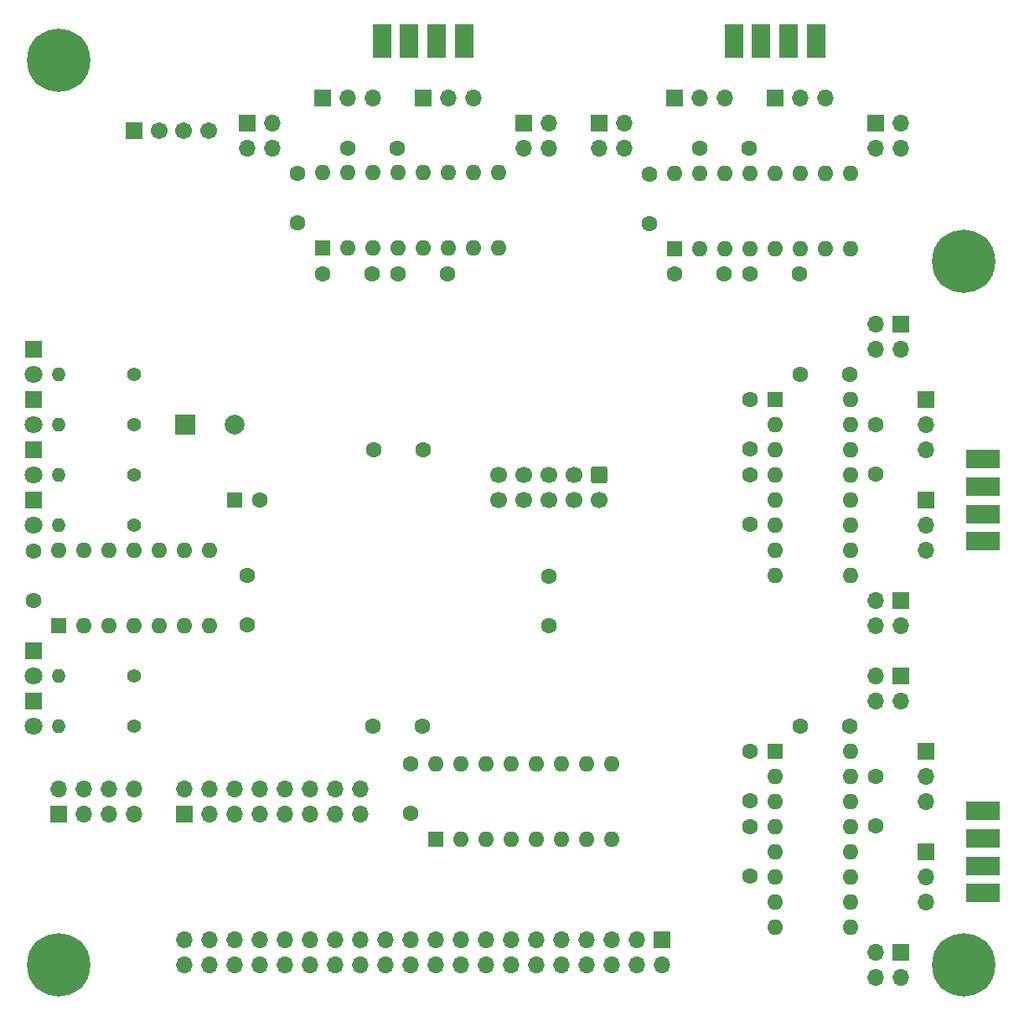
<source format=gbs>
G04 #@! TF.GenerationSoftware,KiCad,Pcbnew,8.0.4*
G04 #@! TF.CreationDate,2024-09-22T21:35:36-05:00*
G04 #@! TF.ProjectId,QuadCom_8b,51756164-436f-46d5-9f38-622e6b696361,rev?*
G04 #@! TF.SameCoordinates,Original*
G04 #@! TF.FileFunction,Soldermask,Bot*
G04 #@! TF.FilePolarity,Negative*
%FSLAX46Y46*%
G04 Gerber Fmt 4.6, Leading zero omitted, Abs format (unit mm)*
G04 Created by KiCad (PCBNEW 8.0.4) date 2024-09-22 21:35:36*
%MOMM*%
%LPD*%
G01*
G04 APERTURE LIST*
G04 Aperture macros list*
%AMRoundRect*
0 Rectangle with rounded corners*
0 $1 Rounding radius*
0 $2 $3 $4 $5 $6 $7 $8 $9 X,Y pos of 4 corners*
0 Add a 4 corners polygon primitive as box body*
4,1,4,$2,$3,$4,$5,$6,$7,$8,$9,$2,$3,0*
0 Add four circle primitives for the rounded corners*
1,1,$1+$1,$2,$3*
1,1,$1+$1,$4,$5*
1,1,$1+$1,$6,$7*
1,1,$1+$1,$8,$9*
0 Add four rect primitives between the rounded corners*
20,1,$1+$1,$2,$3,$4,$5,0*
20,1,$1+$1,$4,$5,$6,$7,0*
20,1,$1+$1,$6,$7,$8,$9,0*
20,1,$1+$1,$8,$9,$2,$3,0*%
G04 Aperture macros list end*
%ADD10C,0.800000*%
%ADD11C,6.400000*%
%ADD12R,1.700000X1.700000*%
%ADD13O,1.700000X1.700000*%
%ADD14R,1.600000X1.600000*%
%ADD15O,1.600000X1.600000*%
%ADD16C,1.400000*%
%ADD17O,1.400000X1.400000*%
%ADD18C,1.600000*%
%ADD19RoundRect,0.250000X-0.600000X0.600000X-0.600000X-0.600000X0.600000X-0.600000X0.600000X0.600000X0*%
%ADD20C,1.700000*%
%ADD21R,1.800000X1.800000*%
%ADD22C,1.800000*%
%ADD23R,3.480000X1.846667*%
%ADD24R,2.000000X2.000000*%
%ADD25C,2.000000*%
%ADD26R,1.846667X3.480000*%
%ADD27RoundRect,0.102000X0.754000X0.754000X-0.754000X0.754000X-0.754000X-0.754000X0.754000X-0.754000X0*%
%ADD28C,1.712000*%
G04 APERTURE END LIST*
D10*
X169050000Y-52070000D03*
X169752944Y-50372944D03*
X169752944Y-53767056D03*
X171450000Y-49670000D03*
D11*
X171450000Y-52070000D03*
D10*
X171450000Y-54470000D03*
X173147056Y-50372944D03*
X173147056Y-53767056D03*
X173850000Y-52070000D03*
D12*
X167640000Y-66040000D03*
D13*
X167640000Y-68580000D03*
X167640000Y-71120000D03*
D12*
X99060000Y-38100000D03*
D13*
X101600000Y-38100000D03*
X99060000Y-40640000D03*
X101600000Y-40640000D03*
D14*
X80010000Y-88900000D03*
D15*
X82550000Y-88900000D03*
X85089999Y-88900000D03*
X87630000Y-88900000D03*
X90170000Y-88900000D03*
X92710000Y-88900000D03*
X95250000Y-88900000D03*
X95250000Y-81280000D03*
X92710000Y-81280000D03*
X90170000Y-81280000D03*
X87630000Y-81280000D03*
X85090000Y-81280000D03*
X82550000Y-81280000D03*
X80010000Y-81280000D03*
D16*
X87630000Y-68580000D03*
D17*
X80010000Y-68580000D03*
D12*
X116840000Y-35560000D03*
D13*
X119380000Y-35560000D03*
X121919999Y-35560000D03*
D18*
X129540000Y-88900000D03*
X129540000Y-83900000D03*
X162550000Y-104140000D03*
X162550000Y-109140000D03*
X115570000Y-102870000D03*
X115570000Y-107870000D03*
D19*
X134620000Y-73660000D03*
D20*
X134620000Y-76200000D03*
X132080000Y-73660000D03*
X132080000Y-76200000D03*
X129540000Y-73660000D03*
X129540000Y-76200000D03*
X127000000Y-73660000D03*
X127000000Y-76200000D03*
X124460000Y-73660000D03*
X124460000Y-76200000D03*
D10*
X169050000Y-123190000D03*
X169752944Y-121492944D03*
X169752944Y-124887056D03*
X171450000Y-120790000D03*
D11*
X171450000Y-123190000D03*
D10*
X171450000Y-125590000D03*
X173147056Y-121492944D03*
X173147056Y-124887056D03*
X173850000Y-123190000D03*
D14*
X152400000Y-101600000D03*
D15*
X152400000Y-104140000D03*
X152400000Y-106679999D03*
X152400000Y-109220000D03*
X152400000Y-111760000D03*
X152400000Y-114300000D03*
X152400000Y-116840000D03*
X152400000Y-119380001D03*
X160020000Y-119380000D03*
X160020000Y-116840000D03*
X160020000Y-114300000D03*
X160020000Y-111760000D03*
X160020000Y-109220000D03*
X160020000Y-106680000D03*
X160020000Y-104140000D03*
X160020000Y-101600000D03*
D21*
X77470000Y-91440000D03*
D22*
X77470000Y-93980000D03*
D12*
X167640000Y-101600000D03*
D13*
X167640000Y-104140000D03*
X167640000Y-106680000D03*
D18*
X111680000Y-53340000D03*
X106680000Y-53340000D03*
D12*
X92710000Y-107950000D03*
D13*
X92710000Y-105410000D03*
X95250000Y-107950000D03*
X95250000Y-105410000D03*
X97789999Y-107950000D03*
X97790000Y-105410000D03*
X100330000Y-107950000D03*
X100330000Y-105410000D03*
X102870000Y-107950000D03*
X102870000Y-105410000D03*
X105410000Y-107950000D03*
X105410000Y-105410000D03*
X107950000Y-107950000D03*
X107950000Y-105410000D03*
X110490001Y-107950000D03*
X110490000Y-105410000D03*
D12*
X152400000Y-35560000D03*
D13*
X154940000Y-35560000D03*
X157479999Y-35560000D03*
D21*
X77470000Y-66040000D03*
D22*
X77470000Y-68580000D03*
D23*
X173377500Y-115915000D03*
X173377500Y-113145000D03*
X173377500Y-110375000D03*
X173377500Y-107605000D03*
D14*
X118110000Y-110490000D03*
D15*
X120650000Y-110490000D03*
X123189999Y-110490000D03*
X125730000Y-110490000D03*
X128270000Y-110490000D03*
X130810000Y-110490000D03*
X133350000Y-110490000D03*
X135890001Y-110490000D03*
X135890000Y-102870000D03*
X133350000Y-102870000D03*
X130810000Y-102870000D03*
X128270000Y-102870000D03*
X125730000Y-102870000D03*
X123190000Y-102870000D03*
X120650000Y-102870000D03*
X118110000Y-102870000D03*
D12*
X106680000Y-35560000D03*
D13*
X109220000Y-35560000D03*
X111759999Y-35560000D03*
D24*
X92790000Y-68580000D03*
D25*
X97790000Y-68580000D03*
D26*
X120995000Y-29822500D03*
X118225000Y-29822500D03*
X115455000Y-29822500D03*
X112685000Y-29822500D03*
D18*
X162550000Y-68580000D03*
X162550000Y-73580000D03*
D21*
X77470000Y-60960000D03*
D22*
X77470000Y-63500000D03*
D16*
X87630000Y-78740000D03*
D17*
X80010000Y-78740000D03*
D16*
X87630000Y-63500000D03*
D17*
X80010000Y-63500000D03*
D21*
X77470000Y-76200000D03*
D22*
X77470000Y-78740000D03*
D12*
X165100000Y-93980000D03*
D13*
X165100000Y-96520000D03*
X162560000Y-93980000D03*
X162560000Y-96520000D03*
D10*
X77610000Y-123190000D03*
X78312944Y-121492944D03*
X78312944Y-124887056D03*
X80010000Y-120790000D03*
D11*
X80010000Y-123190000D03*
D10*
X80010000Y-125590000D03*
X81707056Y-121492944D03*
X81707056Y-124887056D03*
X82410000Y-123190000D03*
D18*
X147240000Y-53340000D03*
X142240000Y-53340000D03*
D12*
X80010000Y-107950000D03*
D13*
X80010000Y-105410000D03*
X82550000Y-107950000D03*
X82550000Y-105410000D03*
X85089999Y-107950000D03*
X85090000Y-105410000D03*
X87630000Y-107950000D03*
X87630000Y-105410000D03*
D12*
X134620000Y-38100000D03*
D13*
X137160000Y-38100000D03*
X134620000Y-40640000D03*
X137160000Y-40640000D03*
D18*
X149850000Y-71040000D03*
X149850000Y-66040000D03*
D12*
X165100000Y-121920000D03*
D13*
X165100000Y-124460000D03*
X162560000Y-121920000D03*
X162560000Y-124460000D03*
D12*
X167640000Y-111760000D03*
D13*
X167640000Y-114300000D03*
X167640000Y-116840000D03*
D12*
X127000000Y-38100000D03*
D13*
X129540000Y-38100000D03*
X127000000Y-40640000D03*
X129540000Y-40640000D03*
D27*
X87690000Y-38839999D03*
D28*
X90190000Y-38839999D03*
X92690000Y-38839999D03*
X95190000Y-38839999D03*
D18*
X104140000Y-48180000D03*
X104140000Y-43180000D03*
D12*
X142240000Y-35560000D03*
D13*
X144780000Y-35560000D03*
X147319999Y-35560000D03*
D18*
X154970000Y-99045000D03*
X159970000Y-99045000D03*
D14*
X142240000Y-50800000D03*
D15*
X144780000Y-50800000D03*
X147319999Y-50800000D03*
X149860000Y-50800000D03*
X152400000Y-50800000D03*
X154940000Y-50800000D03*
X157480000Y-50800000D03*
X160020001Y-50800000D03*
X160020000Y-43180000D03*
X157480000Y-43180000D03*
X154940000Y-43180000D03*
X152400000Y-43180000D03*
X149860000Y-43180000D03*
X147320000Y-43180000D03*
X144780000Y-43180000D03*
X142240000Y-43180000D03*
D12*
X162560000Y-38100000D03*
D13*
X165100000Y-38100000D03*
X162560000Y-40640000D03*
X165100000Y-40640000D03*
D18*
X139700000Y-48220000D03*
X139700000Y-43220000D03*
X119300000Y-53340000D03*
X114300000Y-53340000D03*
D16*
X87630000Y-73660000D03*
D17*
X80010000Y-73660000D03*
D14*
X97830000Y-76200000D03*
D18*
X100330000Y-76200000D03*
D12*
X167640000Y-76200000D03*
D13*
X167640000Y-78740000D03*
X167640000Y-81280000D03*
D26*
X156555000Y-29822500D03*
X153785000Y-29822500D03*
X151015000Y-29822500D03*
X148245000Y-29822500D03*
D18*
X109220000Y-40640000D03*
X114220000Y-40640000D03*
X154860000Y-53340000D03*
X149860000Y-53340000D03*
D12*
X165100000Y-86360000D03*
D13*
X165100000Y-88900000D03*
X162560000Y-86360000D03*
X162560000Y-88900000D03*
D16*
X87630000Y-99060000D03*
D17*
X80010000Y-99060000D03*
D14*
X152400000Y-66040000D03*
D15*
X152400000Y-68580000D03*
X152400000Y-71119999D03*
X152400000Y-73660000D03*
X152400000Y-76200000D03*
X152400000Y-78740000D03*
X152400000Y-81280000D03*
X152400000Y-83820001D03*
X160020000Y-83820000D03*
X160020000Y-81280000D03*
X160020000Y-78740000D03*
X160020000Y-76200000D03*
X160020000Y-73660000D03*
X160020000Y-71120000D03*
X160020000Y-68580000D03*
X160020000Y-66040000D03*
D12*
X140970000Y-120650000D03*
D13*
X140970000Y-123190000D03*
X138430000Y-120650000D03*
X138430000Y-123190000D03*
X135890001Y-120650000D03*
X135890000Y-123190000D03*
X133350000Y-120650000D03*
X133350000Y-123190000D03*
X130810000Y-120650000D03*
X130810000Y-123190000D03*
X128270000Y-120650000D03*
X128270000Y-123190000D03*
X125730000Y-120650000D03*
X125730000Y-123190000D03*
X123189999Y-120650000D03*
X123190000Y-123190000D03*
X120650000Y-120650000D03*
X120650000Y-123190000D03*
X118110000Y-120650000D03*
X118110000Y-123190000D03*
X115570000Y-120650000D03*
X115570000Y-123190000D03*
X113030001Y-120650000D03*
X113030000Y-123190000D03*
X110490000Y-120650000D03*
X110490000Y-123190000D03*
X107950000Y-120650000D03*
X107950000Y-123190000D03*
X105410000Y-120650000D03*
X105410000Y-123190000D03*
X102870001Y-120650000D03*
X102870000Y-123190000D03*
X100329999Y-120650000D03*
X100330000Y-123190000D03*
X97790000Y-120650000D03*
X97790000Y-123190000D03*
X95250000Y-120650000D03*
X95250000Y-123190000D03*
X92710000Y-120650000D03*
X92710000Y-123190000D03*
D21*
X77470000Y-96520000D03*
D22*
X77470000Y-99060000D03*
D18*
X149850000Y-106600000D03*
X149850000Y-101600000D03*
X149850000Y-114220000D03*
X149850000Y-109220000D03*
D14*
X106680000Y-50720000D03*
D15*
X109220000Y-50720000D03*
X111759999Y-50720000D03*
X114300000Y-50720000D03*
X116840000Y-50720000D03*
X119380000Y-50720000D03*
X121920000Y-50720000D03*
X124460001Y-50720000D03*
X124460000Y-43100000D03*
X121920000Y-43100000D03*
X119380000Y-43100000D03*
X116840000Y-43100000D03*
X114300000Y-43100000D03*
X111760000Y-43100000D03*
X109220000Y-43100000D03*
X106680000Y-43100000D03*
D18*
X111760000Y-99060000D03*
X116760000Y-99060000D03*
D12*
X165100000Y-58420000D03*
D13*
X165100000Y-60960000D03*
X162560000Y-58420000D03*
X162560000Y-60960000D03*
D21*
X77470000Y-71120000D03*
D22*
X77470000Y-73660000D03*
D18*
X99060000Y-83820000D03*
X99060000Y-88820000D03*
D16*
X87630000Y-93980000D03*
D17*
X80010000Y-93980000D03*
D18*
X144780000Y-40640000D03*
X149780000Y-40640000D03*
D10*
X77610000Y-31750000D03*
X78312944Y-30052944D03*
X78312944Y-33447056D03*
X80010000Y-29350000D03*
D11*
X80010000Y-31750000D03*
D10*
X80010000Y-34150000D03*
X81707056Y-30052944D03*
X81707056Y-33447056D03*
X82410000Y-31750000D03*
D18*
X154970000Y-63485000D03*
X159970000Y-63485000D03*
D23*
X173377500Y-80355000D03*
X173377500Y-77585000D03*
X173377500Y-74815000D03*
X173377500Y-72045000D03*
D18*
X77470000Y-81360000D03*
X77470000Y-86360000D03*
X116840000Y-71120000D03*
X111840000Y-71120000D03*
X149850000Y-78660000D03*
X149850000Y-73660000D03*
M02*

</source>
